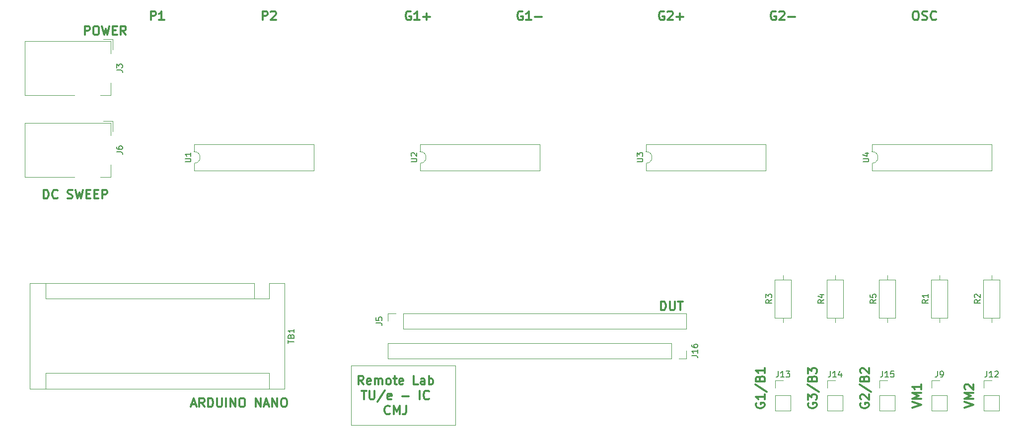
<source format=gbr>
%TF.GenerationSoftware,KiCad,Pcbnew,(5.1.9)-1*%
%TF.CreationDate,2021-03-04T15:37:01+01:00*%
%TF.ProjectId,Motherboard,4d6f7468-6572-4626-9f61-72642e6b6963,rev?*%
%TF.SameCoordinates,Original*%
%TF.FileFunction,Legend,Top*%
%TF.FilePolarity,Positive*%
%FSLAX46Y46*%
G04 Gerber Fmt 4.6, Leading zero omitted, Abs format (unit mm)*
G04 Created by KiCad (PCBNEW (5.1.9)-1) date 2021-03-04 15:37:01*
%MOMM*%
%LPD*%
G01*
G04 APERTURE LIST*
%ADD10C,0.120000*%
%ADD11C,0.300000*%
%ADD12C,0.150000*%
G04 APERTURE END LIST*
D10*
X128270000Y-109220000D02*
X128270000Y-119380000D01*
X146050000Y-109220000D02*
X128270000Y-109220000D01*
X146050000Y-119380000D02*
X146050000Y-109220000D01*
X128270000Y-119380000D02*
X146050000Y-119380000D01*
D11*
X130425714Y-112428571D02*
X129925714Y-111714285D01*
X129568571Y-112428571D02*
X129568571Y-110928571D01*
X130140000Y-110928571D01*
X130282857Y-111000000D01*
X130354285Y-111071428D01*
X130425714Y-111214285D01*
X130425714Y-111428571D01*
X130354285Y-111571428D01*
X130282857Y-111642857D01*
X130140000Y-111714285D01*
X129568571Y-111714285D01*
X131640000Y-112357142D02*
X131497142Y-112428571D01*
X131211428Y-112428571D01*
X131068571Y-112357142D01*
X130997142Y-112214285D01*
X130997142Y-111642857D01*
X131068571Y-111500000D01*
X131211428Y-111428571D01*
X131497142Y-111428571D01*
X131640000Y-111500000D01*
X131711428Y-111642857D01*
X131711428Y-111785714D01*
X130997142Y-111928571D01*
X132354285Y-112428571D02*
X132354285Y-111428571D01*
X132354285Y-111571428D02*
X132425714Y-111500000D01*
X132568571Y-111428571D01*
X132782857Y-111428571D01*
X132925714Y-111500000D01*
X132997142Y-111642857D01*
X132997142Y-112428571D01*
X132997142Y-111642857D02*
X133068571Y-111500000D01*
X133211428Y-111428571D01*
X133425714Y-111428571D01*
X133568571Y-111500000D01*
X133640000Y-111642857D01*
X133640000Y-112428571D01*
X134568571Y-112428571D02*
X134425714Y-112357142D01*
X134354285Y-112285714D01*
X134282857Y-112142857D01*
X134282857Y-111714285D01*
X134354285Y-111571428D01*
X134425714Y-111500000D01*
X134568571Y-111428571D01*
X134782857Y-111428571D01*
X134925714Y-111500000D01*
X134997142Y-111571428D01*
X135068571Y-111714285D01*
X135068571Y-112142857D01*
X134997142Y-112285714D01*
X134925714Y-112357142D01*
X134782857Y-112428571D01*
X134568571Y-112428571D01*
X135497142Y-111428571D02*
X136068571Y-111428571D01*
X135711428Y-110928571D02*
X135711428Y-112214285D01*
X135782857Y-112357142D01*
X135925714Y-112428571D01*
X136068571Y-112428571D01*
X137140000Y-112357142D02*
X136997142Y-112428571D01*
X136711428Y-112428571D01*
X136568571Y-112357142D01*
X136497142Y-112214285D01*
X136497142Y-111642857D01*
X136568571Y-111500000D01*
X136711428Y-111428571D01*
X136997142Y-111428571D01*
X137140000Y-111500000D01*
X137211428Y-111642857D01*
X137211428Y-111785714D01*
X136497142Y-111928571D01*
X139711428Y-112428571D02*
X138997142Y-112428571D01*
X138997142Y-110928571D01*
X140854285Y-112428571D02*
X140854285Y-111642857D01*
X140782857Y-111500000D01*
X140640000Y-111428571D01*
X140354285Y-111428571D01*
X140211428Y-111500000D01*
X140854285Y-112357142D02*
X140711428Y-112428571D01*
X140354285Y-112428571D01*
X140211428Y-112357142D01*
X140140000Y-112214285D01*
X140140000Y-112071428D01*
X140211428Y-111928571D01*
X140354285Y-111857142D01*
X140711428Y-111857142D01*
X140854285Y-111785714D01*
X141568571Y-112428571D02*
X141568571Y-110928571D01*
X141568571Y-111500000D02*
X141711428Y-111428571D01*
X141997142Y-111428571D01*
X142140000Y-111500000D01*
X142211428Y-111571428D01*
X142282857Y-111714285D01*
X142282857Y-112142857D01*
X142211428Y-112285714D01*
X142140000Y-112357142D01*
X141997142Y-112428571D01*
X141711428Y-112428571D01*
X141568571Y-112357142D01*
X130068571Y-113478571D02*
X130925714Y-113478571D01*
X130497142Y-114978571D02*
X130497142Y-113478571D01*
X131425714Y-113478571D02*
X131425714Y-114692857D01*
X131497142Y-114835714D01*
X131568571Y-114907142D01*
X131711428Y-114978571D01*
X131997142Y-114978571D01*
X132140000Y-114907142D01*
X132211428Y-114835714D01*
X132282857Y-114692857D01*
X132282857Y-113478571D01*
X134068571Y-113407142D02*
X132782857Y-115335714D01*
X135140000Y-114907142D02*
X134997142Y-114978571D01*
X134711428Y-114978571D01*
X134568571Y-114907142D01*
X134497142Y-114764285D01*
X134497142Y-114192857D01*
X134568571Y-114050000D01*
X134711428Y-113978571D01*
X134997142Y-113978571D01*
X135140000Y-114050000D01*
X135211428Y-114192857D01*
X135211428Y-114335714D01*
X134497142Y-114478571D01*
X136997142Y-114407142D02*
X138140000Y-114407142D01*
X139997142Y-114978571D02*
X139997142Y-113478571D01*
X141568571Y-114835714D02*
X141497142Y-114907142D01*
X141282857Y-114978571D01*
X141140000Y-114978571D01*
X140925714Y-114907142D01*
X140782857Y-114764285D01*
X140711428Y-114621428D01*
X140640000Y-114335714D01*
X140640000Y-114121428D01*
X140711428Y-113835714D01*
X140782857Y-113692857D01*
X140925714Y-113550000D01*
X141140000Y-113478571D01*
X141282857Y-113478571D01*
X141497142Y-113550000D01*
X141568571Y-113621428D01*
X134925714Y-117385714D02*
X134854285Y-117457142D01*
X134640000Y-117528571D01*
X134497142Y-117528571D01*
X134282857Y-117457142D01*
X134140000Y-117314285D01*
X134068571Y-117171428D01*
X133997142Y-116885714D01*
X133997142Y-116671428D01*
X134068571Y-116385714D01*
X134140000Y-116242857D01*
X134282857Y-116100000D01*
X134497142Y-116028571D01*
X134640000Y-116028571D01*
X134854285Y-116100000D01*
X134925714Y-116171428D01*
X135568571Y-117528571D02*
X135568571Y-116028571D01*
X136068571Y-117100000D01*
X136568571Y-116028571D01*
X136568571Y-117528571D01*
X137711428Y-116028571D02*
X137711428Y-117100000D01*
X137640000Y-117314285D01*
X137497142Y-117457142D01*
X137282857Y-117528571D01*
X137140000Y-117528571D01*
X232858571Y-116371428D02*
X234358571Y-115871428D01*
X232858571Y-115371428D01*
X234358571Y-114871428D02*
X232858571Y-114871428D01*
X233930000Y-114371428D01*
X232858571Y-113871428D01*
X234358571Y-113871428D01*
X233001428Y-113228571D02*
X232930000Y-113157142D01*
X232858571Y-113014285D01*
X232858571Y-112657142D01*
X232930000Y-112514285D01*
X233001428Y-112442857D01*
X233144285Y-112371428D01*
X233287142Y-112371428D01*
X233501428Y-112442857D01*
X234358571Y-113300000D01*
X234358571Y-112371428D01*
X223968571Y-116371428D02*
X225468571Y-115871428D01*
X223968571Y-115371428D01*
X225468571Y-114871428D02*
X223968571Y-114871428D01*
X225040000Y-114371428D01*
X223968571Y-113871428D01*
X225468571Y-113871428D01*
X225468571Y-112371428D02*
X225468571Y-113228571D01*
X225468571Y-112800000D02*
X223968571Y-112800000D01*
X224182857Y-112942857D01*
X224325714Y-113085714D01*
X224397142Y-113228571D01*
X215150000Y-115601428D02*
X215078571Y-115744285D01*
X215078571Y-115958571D01*
X215150000Y-116172857D01*
X215292857Y-116315714D01*
X215435714Y-116387142D01*
X215721428Y-116458571D01*
X215935714Y-116458571D01*
X216221428Y-116387142D01*
X216364285Y-116315714D01*
X216507142Y-116172857D01*
X216578571Y-115958571D01*
X216578571Y-115815714D01*
X216507142Y-115601428D01*
X216435714Y-115530000D01*
X215935714Y-115530000D01*
X215935714Y-115815714D01*
X215221428Y-114958571D02*
X215150000Y-114887142D01*
X215078571Y-114744285D01*
X215078571Y-114387142D01*
X215150000Y-114244285D01*
X215221428Y-114172857D01*
X215364285Y-114101428D01*
X215507142Y-114101428D01*
X215721428Y-114172857D01*
X216578571Y-115030000D01*
X216578571Y-114101428D01*
X215007142Y-112387142D02*
X216935714Y-113672857D01*
X215792857Y-111387142D02*
X215864285Y-111172857D01*
X215935714Y-111101428D01*
X216078571Y-111030000D01*
X216292857Y-111030000D01*
X216435714Y-111101428D01*
X216507142Y-111172857D01*
X216578571Y-111315714D01*
X216578571Y-111887142D01*
X215078571Y-111887142D01*
X215078571Y-111387142D01*
X215150000Y-111244285D01*
X215221428Y-111172857D01*
X215364285Y-111101428D01*
X215507142Y-111101428D01*
X215650000Y-111172857D01*
X215721428Y-111244285D01*
X215792857Y-111387142D01*
X215792857Y-111887142D01*
X215221428Y-110458571D02*
X215150000Y-110387142D01*
X215078571Y-110244285D01*
X215078571Y-109887142D01*
X215150000Y-109744285D01*
X215221428Y-109672857D01*
X215364285Y-109601428D01*
X215507142Y-109601428D01*
X215721428Y-109672857D01*
X216578571Y-110530000D01*
X216578571Y-109601428D01*
X206260000Y-115601428D02*
X206188571Y-115744285D01*
X206188571Y-115958571D01*
X206260000Y-116172857D01*
X206402857Y-116315714D01*
X206545714Y-116387142D01*
X206831428Y-116458571D01*
X207045714Y-116458571D01*
X207331428Y-116387142D01*
X207474285Y-116315714D01*
X207617142Y-116172857D01*
X207688571Y-115958571D01*
X207688571Y-115815714D01*
X207617142Y-115601428D01*
X207545714Y-115530000D01*
X207045714Y-115530000D01*
X207045714Y-115815714D01*
X206188571Y-115030000D02*
X206188571Y-114101428D01*
X206760000Y-114601428D01*
X206760000Y-114387142D01*
X206831428Y-114244285D01*
X206902857Y-114172857D01*
X207045714Y-114101428D01*
X207402857Y-114101428D01*
X207545714Y-114172857D01*
X207617142Y-114244285D01*
X207688571Y-114387142D01*
X207688571Y-114815714D01*
X207617142Y-114958571D01*
X207545714Y-115030000D01*
X206117142Y-112387142D02*
X208045714Y-113672857D01*
X206902857Y-111387142D02*
X206974285Y-111172857D01*
X207045714Y-111101428D01*
X207188571Y-111030000D01*
X207402857Y-111030000D01*
X207545714Y-111101428D01*
X207617142Y-111172857D01*
X207688571Y-111315714D01*
X207688571Y-111887142D01*
X206188571Y-111887142D01*
X206188571Y-111387142D01*
X206260000Y-111244285D01*
X206331428Y-111172857D01*
X206474285Y-111101428D01*
X206617142Y-111101428D01*
X206760000Y-111172857D01*
X206831428Y-111244285D01*
X206902857Y-111387142D01*
X206902857Y-111887142D01*
X206188571Y-110530000D02*
X206188571Y-109601428D01*
X206760000Y-110101428D01*
X206760000Y-109887142D01*
X206831428Y-109744285D01*
X206902857Y-109672857D01*
X207045714Y-109601428D01*
X207402857Y-109601428D01*
X207545714Y-109672857D01*
X207617142Y-109744285D01*
X207688571Y-109887142D01*
X207688571Y-110315714D01*
X207617142Y-110458571D01*
X207545714Y-110530000D01*
X197370000Y-115601428D02*
X197298571Y-115744285D01*
X197298571Y-115958571D01*
X197370000Y-116172857D01*
X197512857Y-116315714D01*
X197655714Y-116387142D01*
X197941428Y-116458571D01*
X198155714Y-116458571D01*
X198441428Y-116387142D01*
X198584285Y-116315714D01*
X198727142Y-116172857D01*
X198798571Y-115958571D01*
X198798571Y-115815714D01*
X198727142Y-115601428D01*
X198655714Y-115530000D01*
X198155714Y-115530000D01*
X198155714Y-115815714D01*
X198798571Y-114101428D02*
X198798571Y-114958571D01*
X198798571Y-114530000D02*
X197298571Y-114530000D01*
X197512857Y-114672857D01*
X197655714Y-114815714D01*
X197727142Y-114958571D01*
X197227142Y-112387142D02*
X199155714Y-113672857D01*
X198012857Y-111387142D02*
X198084285Y-111172857D01*
X198155714Y-111101428D01*
X198298571Y-111030000D01*
X198512857Y-111030000D01*
X198655714Y-111101428D01*
X198727142Y-111172857D01*
X198798571Y-111315714D01*
X198798571Y-111887142D01*
X197298571Y-111887142D01*
X197298571Y-111387142D01*
X197370000Y-111244285D01*
X197441428Y-111172857D01*
X197584285Y-111101428D01*
X197727142Y-111101428D01*
X197870000Y-111172857D01*
X197941428Y-111244285D01*
X198012857Y-111387142D01*
X198012857Y-111887142D01*
X198798571Y-109601428D02*
X198798571Y-110458571D01*
X198798571Y-110030000D02*
X197298571Y-110030000D01*
X197512857Y-110172857D01*
X197655714Y-110315714D01*
X197727142Y-110458571D01*
X181130000Y-99738571D02*
X181130000Y-98238571D01*
X181487142Y-98238571D01*
X181701428Y-98310000D01*
X181844285Y-98452857D01*
X181915714Y-98595714D01*
X181987142Y-98881428D01*
X181987142Y-99095714D01*
X181915714Y-99381428D01*
X181844285Y-99524285D01*
X181701428Y-99667142D01*
X181487142Y-99738571D01*
X181130000Y-99738571D01*
X182630000Y-98238571D02*
X182630000Y-99452857D01*
X182701428Y-99595714D01*
X182772857Y-99667142D01*
X182915714Y-99738571D01*
X183201428Y-99738571D01*
X183344285Y-99667142D01*
X183415714Y-99595714D01*
X183487142Y-99452857D01*
X183487142Y-98238571D01*
X183987142Y-98238571D02*
X184844285Y-98238571D01*
X184415714Y-99738571D02*
X184415714Y-98238571D01*
X101077142Y-115820000D02*
X101791428Y-115820000D01*
X100934285Y-116248571D02*
X101434285Y-114748571D01*
X101934285Y-116248571D01*
X103291428Y-116248571D02*
X102791428Y-115534285D01*
X102434285Y-116248571D02*
X102434285Y-114748571D01*
X103005714Y-114748571D01*
X103148571Y-114820000D01*
X103220000Y-114891428D01*
X103291428Y-115034285D01*
X103291428Y-115248571D01*
X103220000Y-115391428D01*
X103148571Y-115462857D01*
X103005714Y-115534285D01*
X102434285Y-115534285D01*
X103934285Y-116248571D02*
X103934285Y-114748571D01*
X104291428Y-114748571D01*
X104505714Y-114820000D01*
X104648571Y-114962857D01*
X104720000Y-115105714D01*
X104791428Y-115391428D01*
X104791428Y-115605714D01*
X104720000Y-115891428D01*
X104648571Y-116034285D01*
X104505714Y-116177142D01*
X104291428Y-116248571D01*
X103934285Y-116248571D01*
X105434285Y-114748571D02*
X105434285Y-115962857D01*
X105505714Y-116105714D01*
X105577142Y-116177142D01*
X105720000Y-116248571D01*
X106005714Y-116248571D01*
X106148571Y-116177142D01*
X106220000Y-116105714D01*
X106291428Y-115962857D01*
X106291428Y-114748571D01*
X107005714Y-116248571D02*
X107005714Y-114748571D01*
X107720000Y-116248571D02*
X107720000Y-114748571D01*
X108577142Y-116248571D01*
X108577142Y-114748571D01*
X109577142Y-114748571D02*
X109862857Y-114748571D01*
X110005714Y-114820000D01*
X110148571Y-114962857D01*
X110220000Y-115248571D01*
X110220000Y-115748571D01*
X110148571Y-116034285D01*
X110005714Y-116177142D01*
X109862857Y-116248571D01*
X109577142Y-116248571D01*
X109434285Y-116177142D01*
X109291428Y-116034285D01*
X109220000Y-115748571D01*
X109220000Y-115248571D01*
X109291428Y-114962857D01*
X109434285Y-114820000D01*
X109577142Y-114748571D01*
X112005714Y-116248571D02*
X112005714Y-114748571D01*
X112862857Y-116248571D01*
X112862857Y-114748571D01*
X113505714Y-115820000D02*
X114220000Y-115820000D01*
X113362857Y-116248571D02*
X113862857Y-114748571D01*
X114362857Y-116248571D01*
X114862857Y-116248571D02*
X114862857Y-114748571D01*
X115720000Y-116248571D01*
X115720000Y-114748571D01*
X116720000Y-114748571D02*
X117005714Y-114748571D01*
X117148571Y-114820000D01*
X117291428Y-114962857D01*
X117362857Y-115248571D01*
X117362857Y-115748571D01*
X117291428Y-116034285D01*
X117148571Y-116177142D01*
X117005714Y-116248571D01*
X116720000Y-116248571D01*
X116577142Y-116177142D01*
X116434285Y-116034285D01*
X116362857Y-115748571D01*
X116362857Y-115248571D01*
X116434285Y-114962857D01*
X116577142Y-114820000D01*
X116720000Y-114748571D01*
X75887142Y-80688571D02*
X75887142Y-79188571D01*
X76244285Y-79188571D01*
X76458571Y-79260000D01*
X76601428Y-79402857D01*
X76672857Y-79545714D01*
X76744285Y-79831428D01*
X76744285Y-80045714D01*
X76672857Y-80331428D01*
X76601428Y-80474285D01*
X76458571Y-80617142D01*
X76244285Y-80688571D01*
X75887142Y-80688571D01*
X78244285Y-80545714D02*
X78172857Y-80617142D01*
X77958571Y-80688571D01*
X77815714Y-80688571D01*
X77601428Y-80617142D01*
X77458571Y-80474285D01*
X77387142Y-80331428D01*
X77315714Y-80045714D01*
X77315714Y-79831428D01*
X77387142Y-79545714D01*
X77458571Y-79402857D01*
X77601428Y-79260000D01*
X77815714Y-79188571D01*
X77958571Y-79188571D01*
X78172857Y-79260000D01*
X78244285Y-79331428D01*
X79958571Y-80617142D02*
X80172857Y-80688571D01*
X80530000Y-80688571D01*
X80672857Y-80617142D01*
X80744285Y-80545714D01*
X80815714Y-80402857D01*
X80815714Y-80260000D01*
X80744285Y-80117142D01*
X80672857Y-80045714D01*
X80530000Y-79974285D01*
X80244285Y-79902857D01*
X80101428Y-79831428D01*
X80030000Y-79760000D01*
X79958571Y-79617142D01*
X79958571Y-79474285D01*
X80030000Y-79331428D01*
X80101428Y-79260000D01*
X80244285Y-79188571D01*
X80601428Y-79188571D01*
X80815714Y-79260000D01*
X81315714Y-79188571D02*
X81672857Y-80688571D01*
X81958571Y-79617142D01*
X82244285Y-80688571D01*
X82601428Y-79188571D01*
X83172857Y-79902857D02*
X83672857Y-79902857D01*
X83887142Y-80688571D02*
X83172857Y-80688571D01*
X83172857Y-79188571D01*
X83887142Y-79188571D01*
X84530000Y-79902857D02*
X85030000Y-79902857D01*
X85244285Y-80688571D02*
X84530000Y-80688571D01*
X84530000Y-79188571D01*
X85244285Y-79188571D01*
X85887142Y-80688571D02*
X85887142Y-79188571D01*
X86458571Y-79188571D01*
X86601428Y-79260000D01*
X86672857Y-79331428D01*
X86744285Y-79474285D01*
X86744285Y-79688571D01*
X86672857Y-79831428D01*
X86601428Y-79902857D01*
X86458571Y-79974285D01*
X85887142Y-79974285D01*
X82895714Y-52748571D02*
X82895714Y-51248571D01*
X83467142Y-51248571D01*
X83610000Y-51320000D01*
X83681428Y-51391428D01*
X83752857Y-51534285D01*
X83752857Y-51748571D01*
X83681428Y-51891428D01*
X83610000Y-51962857D01*
X83467142Y-52034285D01*
X82895714Y-52034285D01*
X84681428Y-51248571D02*
X84967142Y-51248571D01*
X85110000Y-51320000D01*
X85252857Y-51462857D01*
X85324285Y-51748571D01*
X85324285Y-52248571D01*
X85252857Y-52534285D01*
X85110000Y-52677142D01*
X84967142Y-52748571D01*
X84681428Y-52748571D01*
X84538571Y-52677142D01*
X84395714Y-52534285D01*
X84324285Y-52248571D01*
X84324285Y-51748571D01*
X84395714Y-51462857D01*
X84538571Y-51320000D01*
X84681428Y-51248571D01*
X85824285Y-51248571D02*
X86181428Y-52748571D01*
X86467142Y-51677142D01*
X86752857Y-52748571D01*
X87110000Y-51248571D01*
X87681428Y-51962857D02*
X88181428Y-51962857D01*
X88395714Y-52748571D02*
X87681428Y-52748571D01*
X87681428Y-51248571D01*
X88395714Y-51248571D01*
X89895714Y-52748571D02*
X89395714Y-52034285D01*
X89038571Y-52748571D02*
X89038571Y-51248571D01*
X89610000Y-51248571D01*
X89752857Y-51320000D01*
X89824285Y-51391428D01*
X89895714Y-51534285D01*
X89895714Y-51748571D01*
X89824285Y-51891428D01*
X89752857Y-51962857D01*
X89610000Y-52034285D01*
X89038571Y-52034285D01*
X224452857Y-48708571D02*
X224738571Y-48708571D01*
X224881428Y-48780000D01*
X225024285Y-48922857D01*
X225095714Y-49208571D01*
X225095714Y-49708571D01*
X225024285Y-49994285D01*
X224881428Y-50137142D01*
X224738571Y-50208571D01*
X224452857Y-50208571D01*
X224310000Y-50137142D01*
X224167142Y-49994285D01*
X224095714Y-49708571D01*
X224095714Y-49208571D01*
X224167142Y-48922857D01*
X224310000Y-48780000D01*
X224452857Y-48708571D01*
X225667142Y-50137142D02*
X225881428Y-50208571D01*
X226238571Y-50208571D01*
X226381428Y-50137142D01*
X226452857Y-50065714D01*
X226524285Y-49922857D01*
X226524285Y-49780000D01*
X226452857Y-49637142D01*
X226381428Y-49565714D01*
X226238571Y-49494285D01*
X225952857Y-49422857D01*
X225810000Y-49351428D01*
X225738571Y-49280000D01*
X225667142Y-49137142D01*
X225667142Y-48994285D01*
X225738571Y-48851428D01*
X225810000Y-48780000D01*
X225952857Y-48708571D01*
X226310000Y-48708571D01*
X226524285Y-48780000D01*
X228024285Y-50065714D02*
X227952857Y-50137142D01*
X227738571Y-50208571D01*
X227595714Y-50208571D01*
X227381428Y-50137142D01*
X227238571Y-49994285D01*
X227167142Y-49851428D01*
X227095714Y-49565714D01*
X227095714Y-49351428D01*
X227167142Y-49065714D01*
X227238571Y-48922857D01*
X227381428Y-48780000D01*
X227595714Y-48708571D01*
X227738571Y-48708571D01*
X227952857Y-48780000D01*
X228024285Y-48851428D01*
X181630000Y-48780000D02*
X181487142Y-48708571D01*
X181272857Y-48708571D01*
X181058571Y-48780000D01*
X180915714Y-48922857D01*
X180844285Y-49065714D01*
X180772857Y-49351428D01*
X180772857Y-49565714D01*
X180844285Y-49851428D01*
X180915714Y-49994285D01*
X181058571Y-50137142D01*
X181272857Y-50208571D01*
X181415714Y-50208571D01*
X181630000Y-50137142D01*
X181701428Y-50065714D01*
X181701428Y-49565714D01*
X181415714Y-49565714D01*
X182272857Y-48851428D02*
X182344285Y-48780000D01*
X182487142Y-48708571D01*
X182844285Y-48708571D01*
X182987142Y-48780000D01*
X183058571Y-48851428D01*
X183130000Y-48994285D01*
X183130000Y-49137142D01*
X183058571Y-49351428D01*
X182201428Y-50208571D01*
X183130000Y-50208571D01*
X183772857Y-49637142D02*
X184915714Y-49637142D01*
X184344285Y-50208571D02*
X184344285Y-49065714D01*
X200680000Y-48780000D02*
X200537142Y-48708571D01*
X200322857Y-48708571D01*
X200108571Y-48780000D01*
X199965714Y-48922857D01*
X199894285Y-49065714D01*
X199822857Y-49351428D01*
X199822857Y-49565714D01*
X199894285Y-49851428D01*
X199965714Y-49994285D01*
X200108571Y-50137142D01*
X200322857Y-50208571D01*
X200465714Y-50208571D01*
X200680000Y-50137142D01*
X200751428Y-50065714D01*
X200751428Y-49565714D01*
X200465714Y-49565714D01*
X201322857Y-48851428D02*
X201394285Y-48780000D01*
X201537142Y-48708571D01*
X201894285Y-48708571D01*
X202037142Y-48780000D01*
X202108571Y-48851428D01*
X202180000Y-48994285D01*
X202180000Y-49137142D01*
X202108571Y-49351428D01*
X201251428Y-50208571D01*
X202180000Y-50208571D01*
X202822857Y-49637142D02*
X203965714Y-49637142D01*
X157500000Y-48780000D02*
X157357142Y-48708571D01*
X157142857Y-48708571D01*
X156928571Y-48780000D01*
X156785714Y-48922857D01*
X156714285Y-49065714D01*
X156642857Y-49351428D01*
X156642857Y-49565714D01*
X156714285Y-49851428D01*
X156785714Y-49994285D01*
X156928571Y-50137142D01*
X157142857Y-50208571D01*
X157285714Y-50208571D01*
X157500000Y-50137142D01*
X157571428Y-50065714D01*
X157571428Y-49565714D01*
X157285714Y-49565714D01*
X159000000Y-50208571D02*
X158142857Y-50208571D01*
X158571428Y-50208571D02*
X158571428Y-48708571D01*
X158428571Y-48922857D01*
X158285714Y-49065714D01*
X158142857Y-49137142D01*
X159642857Y-49637142D02*
X160785714Y-49637142D01*
X138450000Y-48780000D02*
X138307142Y-48708571D01*
X138092857Y-48708571D01*
X137878571Y-48780000D01*
X137735714Y-48922857D01*
X137664285Y-49065714D01*
X137592857Y-49351428D01*
X137592857Y-49565714D01*
X137664285Y-49851428D01*
X137735714Y-49994285D01*
X137878571Y-50137142D01*
X138092857Y-50208571D01*
X138235714Y-50208571D01*
X138450000Y-50137142D01*
X138521428Y-50065714D01*
X138521428Y-49565714D01*
X138235714Y-49565714D01*
X139950000Y-50208571D02*
X139092857Y-50208571D01*
X139521428Y-50208571D02*
X139521428Y-48708571D01*
X139378571Y-48922857D01*
X139235714Y-49065714D01*
X139092857Y-49137142D01*
X140592857Y-49637142D02*
X141735714Y-49637142D01*
X141164285Y-50208571D02*
X141164285Y-49065714D01*
X113192857Y-50208571D02*
X113192857Y-48708571D01*
X113764285Y-48708571D01*
X113907142Y-48780000D01*
X113978571Y-48851428D01*
X114050000Y-48994285D01*
X114050000Y-49208571D01*
X113978571Y-49351428D01*
X113907142Y-49422857D01*
X113764285Y-49494285D01*
X113192857Y-49494285D01*
X114621428Y-48851428D02*
X114692857Y-48780000D01*
X114835714Y-48708571D01*
X115192857Y-48708571D01*
X115335714Y-48780000D01*
X115407142Y-48851428D01*
X115478571Y-48994285D01*
X115478571Y-49137142D01*
X115407142Y-49351428D01*
X114550000Y-50208571D01*
X115478571Y-50208571D01*
X94142857Y-50208571D02*
X94142857Y-48708571D01*
X94714285Y-48708571D01*
X94857142Y-48780000D01*
X94928571Y-48851428D01*
X95000000Y-48994285D01*
X95000000Y-49208571D01*
X94928571Y-49351428D01*
X94857142Y-49422857D01*
X94714285Y-49494285D01*
X94142857Y-49494285D01*
X96428571Y-50208571D02*
X95571428Y-50208571D01*
X96000000Y-50208571D02*
X96000000Y-48708571D01*
X95857142Y-48922857D01*
X95714285Y-49065714D01*
X95571428Y-49137142D01*
D10*
%TO.C,J16*%
X182880000Y-105350000D02*
X182880000Y-108010000D01*
X182880000Y-105350000D02*
X134560000Y-105350000D01*
X134560000Y-105350000D02*
X134560000Y-108010000D01*
X182880000Y-108010000D02*
X134560000Y-108010000D01*
X185480000Y-108010000D02*
X184150000Y-108010000D01*
X185480000Y-106680000D02*
X185480000Y-108010000D01*
%TO.C,J5*%
X137160000Y-102930000D02*
X137160000Y-100270000D01*
X137160000Y-102930000D02*
X185480000Y-102930000D01*
X185480000Y-102930000D02*
X185480000Y-100270000D01*
X137160000Y-100270000D02*
X185480000Y-100270000D01*
X134560000Y-100270000D02*
X135890000Y-100270000D01*
X134560000Y-101600000D02*
X134560000Y-100270000D01*
%TO.C,R3*%
X200560000Y-101060000D02*
X203300000Y-101060000D01*
X203300000Y-101060000D02*
X203300000Y-94520000D01*
X203300000Y-94520000D02*
X200560000Y-94520000D01*
X200560000Y-94520000D02*
X200560000Y-101060000D01*
X201930000Y-101830000D02*
X201930000Y-101060000D01*
X201930000Y-93750000D02*
X201930000Y-94520000D01*
%TO.C,R2*%
X236120000Y-101060000D02*
X238860000Y-101060000D01*
X238860000Y-101060000D02*
X238860000Y-94520000D01*
X238860000Y-94520000D02*
X236120000Y-94520000D01*
X236120000Y-94520000D02*
X236120000Y-101060000D01*
X237490000Y-101830000D02*
X237490000Y-101060000D01*
X237490000Y-93750000D02*
X237490000Y-94520000D01*
%TO.C,U4*%
X217110000Y-72660000D02*
G75*
G02*
X217110000Y-74660000I0J-1000000D01*
G01*
X217110000Y-74660000D02*
X217110000Y-75910000D01*
X217110000Y-75910000D02*
X237550000Y-75910000D01*
X237550000Y-75910000D02*
X237550000Y-71410000D01*
X237550000Y-71410000D02*
X217110000Y-71410000D01*
X217110000Y-71410000D02*
X217110000Y-72660000D01*
%TO.C,U3*%
X178586666Y-72660000D02*
G75*
G02*
X178586666Y-74660000I0J-1000000D01*
G01*
X178586666Y-74660000D02*
X178586666Y-75910000D01*
X178586666Y-75910000D02*
X199026666Y-75910000D01*
X199026666Y-75910000D02*
X199026666Y-71410000D01*
X199026666Y-71410000D02*
X178586666Y-71410000D01*
X178586666Y-71410000D02*
X178586666Y-72660000D01*
%TO.C,R4*%
X210820000Y-93750000D02*
X210820000Y-94520000D01*
X210820000Y-101830000D02*
X210820000Y-101060000D01*
X209450000Y-94520000D02*
X209450000Y-101060000D01*
X212190000Y-94520000D02*
X209450000Y-94520000D01*
X212190000Y-101060000D02*
X212190000Y-94520000D01*
X209450000Y-101060000D02*
X212190000Y-101060000D01*
%TO.C,R5*%
X219710000Y-93750000D02*
X219710000Y-94520000D01*
X219710000Y-101830000D02*
X219710000Y-101060000D01*
X218340000Y-94520000D02*
X218340000Y-101060000D01*
X221080000Y-94520000D02*
X218340000Y-94520000D01*
X221080000Y-101060000D02*
X221080000Y-94520000D01*
X218340000Y-101060000D02*
X221080000Y-101060000D01*
%TO.C,U2*%
X140063333Y-72660000D02*
G75*
G02*
X140063333Y-74660000I0J-1000000D01*
G01*
X140063333Y-74660000D02*
X140063333Y-75910000D01*
X140063333Y-75910000D02*
X160503333Y-75910000D01*
X160503333Y-75910000D02*
X160503333Y-71410000D01*
X160503333Y-71410000D02*
X140063333Y-71410000D01*
X140063333Y-71410000D02*
X140063333Y-72660000D01*
%TO.C,U1*%
X101540000Y-72660000D02*
G75*
G02*
X101540000Y-74660000I0J-1000000D01*
G01*
X101540000Y-74660000D02*
X101540000Y-75910000D01*
X101540000Y-75910000D02*
X121980000Y-75910000D01*
X121980000Y-75910000D02*
X121980000Y-71410000D01*
X121980000Y-71410000D02*
X101540000Y-71410000D01*
X101540000Y-71410000D02*
X101540000Y-72660000D01*
%TO.C,TB1*%
X111760000Y-97790000D02*
X114300000Y-97790000D01*
X114300000Y-97790000D02*
X114300000Y-95120000D01*
X111760000Y-95120000D02*
X73530000Y-95120000D01*
X116970000Y-95120000D02*
X114300000Y-95120000D01*
X114300000Y-110490000D02*
X114300000Y-113160000D01*
X114300000Y-110490000D02*
X76200000Y-110490000D01*
X76200000Y-110490000D02*
X76200000Y-113160000D01*
X111760000Y-97790000D02*
X111760000Y-95120000D01*
X111760000Y-97790000D02*
X76200000Y-97790000D01*
X76200000Y-97790000D02*
X76200000Y-95120000D01*
X73530000Y-95120000D02*
X73530000Y-113160000D01*
X73530000Y-113160000D02*
X116970000Y-113160000D01*
X116970000Y-113160000D02*
X116970000Y-95120000D01*
%TO.C,R1*%
X227230000Y-101060000D02*
X229970000Y-101060000D01*
X229970000Y-101060000D02*
X229970000Y-94520000D01*
X229970000Y-94520000D02*
X227230000Y-94520000D01*
X227230000Y-94520000D02*
X227230000Y-101060000D01*
X228600000Y-101830000D02*
X228600000Y-101060000D01*
X228600000Y-93750000D02*
X228600000Y-94520000D01*
%TO.C,J15*%
X218380000Y-116900000D02*
X221040000Y-116900000D01*
X218380000Y-114300000D02*
X218380000Y-116900000D01*
X221040000Y-114300000D02*
X221040000Y-116900000D01*
X218380000Y-114300000D02*
X221040000Y-114300000D01*
X218380000Y-113030000D02*
X218380000Y-111700000D01*
X218380000Y-111700000D02*
X219710000Y-111700000D01*
%TO.C,J14*%
X209490000Y-116900000D02*
X212150000Y-116900000D01*
X209490000Y-114300000D02*
X209490000Y-116900000D01*
X212150000Y-114300000D02*
X212150000Y-116900000D01*
X209490000Y-114300000D02*
X212150000Y-114300000D01*
X209490000Y-113030000D02*
X209490000Y-111700000D01*
X209490000Y-111700000D02*
X210820000Y-111700000D01*
%TO.C,J13*%
X200600000Y-116900000D02*
X203260000Y-116900000D01*
X200600000Y-114300000D02*
X200600000Y-116900000D01*
X203260000Y-114300000D02*
X203260000Y-116900000D01*
X200600000Y-114300000D02*
X203260000Y-114300000D01*
X200600000Y-113030000D02*
X200600000Y-111700000D01*
X200600000Y-111700000D02*
X201930000Y-111700000D01*
%TO.C,J12*%
X236160000Y-116900000D02*
X238820000Y-116900000D01*
X236160000Y-114300000D02*
X236160000Y-116900000D01*
X238820000Y-114300000D02*
X238820000Y-116900000D01*
X236160000Y-114300000D02*
X238820000Y-114300000D01*
X236160000Y-113030000D02*
X236160000Y-111700000D01*
X236160000Y-111700000D02*
X237490000Y-111700000D01*
%TO.C,J9*%
X227270000Y-116900000D02*
X229930000Y-116900000D01*
X227270000Y-114300000D02*
X227270000Y-116900000D01*
X229930000Y-114300000D02*
X229930000Y-116900000D01*
X227270000Y-114300000D02*
X229930000Y-114300000D01*
X227270000Y-113030000D02*
X227270000Y-111700000D01*
X227270000Y-111700000D02*
X228600000Y-111700000D01*
%TO.C,J6*%
X81160000Y-76990000D02*
X72660000Y-76990000D01*
X72660000Y-76990000D02*
X72660000Y-67790000D01*
X72660000Y-67790000D02*
X87360000Y-67790000D01*
X87360000Y-74890000D02*
X87360000Y-76990000D01*
X87360000Y-76990000D02*
X85560000Y-76990000D01*
X87660000Y-69190000D02*
X87660000Y-67490000D01*
X87660000Y-67490000D02*
X86060000Y-67490000D01*
X87360000Y-67790000D02*
X87360000Y-69890000D01*
%TO.C,J3*%
X81160000Y-63020000D02*
X72660000Y-63020000D01*
X72660000Y-63020000D02*
X72660000Y-53820000D01*
X72660000Y-53820000D02*
X87360000Y-53820000D01*
X87360000Y-60920000D02*
X87360000Y-63020000D01*
X87360000Y-63020000D02*
X85560000Y-63020000D01*
X87660000Y-55220000D02*
X87660000Y-53520000D01*
X87660000Y-53520000D02*
X86060000Y-53520000D01*
X87360000Y-53820000D02*
X87360000Y-55920000D01*
%TO.C,J16*%
D12*
X186372380Y-107489523D02*
X187086666Y-107489523D01*
X187229523Y-107537142D01*
X187324761Y-107632380D01*
X187372380Y-107775238D01*
X187372380Y-107870476D01*
X187372380Y-106489523D02*
X187372380Y-107060952D01*
X187372380Y-106775238D02*
X186372380Y-106775238D01*
X186515238Y-106870476D01*
X186610476Y-106965714D01*
X186658095Y-107060952D01*
X186372380Y-105632380D02*
X186372380Y-105822857D01*
X186420000Y-105918095D01*
X186467619Y-105965714D01*
X186610476Y-106060952D01*
X186800952Y-106108571D01*
X187181904Y-106108571D01*
X187277142Y-106060952D01*
X187324761Y-106013333D01*
X187372380Y-105918095D01*
X187372380Y-105727619D01*
X187324761Y-105632380D01*
X187277142Y-105584761D01*
X187181904Y-105537142D01*
X186943809Y-105537142D01*
X186848571Y-105584761D01*
X186800952Y-105632380D01*
X186753333Y-105727619D01*
X186753333Y-105918095D01*
X186800952Y-106013333D01*
X186848571Y-106060952D01*
X186943809Y-106108571D01*
%TO.C,J5*%
X132572380Y-101933333D02*
X133286666Y-101933333D01*
X133429523Y-101980952D01*
X133524761Y-102076190D01*
X133572380Y-102219047D01*
X133572380Y-102314285D01*
X132572380Y-100980952D02*
X132572380Y-101457142D01*
X133048571Y-101504761D01*
X133000952Y-101457142D01*
X132953333Y-101361904D01*
X132953333Y-101123809D01*
X133000952Y-101028571D01*
X133048571Y-100980952D01*
X133143809Y-100933333D01*
X133381904Y-100933333D01*
X133477142Y-100980952D01*
X133524761Y-101028571D01*
X133572380Y-101123809D01*
X133572380Y-101361904D01*
X133524761Y-101457142D01*
X133477142Y-101504761D01*
%TO.C,R3*%
X200012380Y-97956666D02*
X199536190Y-98290000D01*
X200012380Y-98528095D02*
X199012380Y-98528095D01*
X199012380Y-98147142D01*
X199060000Y-98051904D01*
X199107619Y-98004285D01*
X199202857Y-97956666D01*
X199345714Y-97956666D01*
X199440952Y-98004285D01*
X199488571Y-98051904D01*
X199536190Y-98147142D01*
X199536190Y-98528095D01*
X199012380Y-97623333D02*
X199012380Y-97004285D01*
X199393333Y-97337619D01*
X199393333Y-97194761D01*
X199440952Y-97099523D01*
X199488571Y-97051904D01*
X199583809Y-97004285D01*
X199821904Y-97004285D01*
X199917142Y-97051904D01*
X199964761Y-97099523D01*
X200012380Y-97194761D01*
X200012380Y-97480476D01*
X199964761Y-97575714D01*
X199917142Y-97623333D01*
%TO.C,R2*%
X235572380Y-97956666D02*
X235096190Y-98290000D01*
X235572380Y-98528095D02*
X234572380Y-98528095D01*
X234572380Y-98147142D01*
X234620000Y-98051904D01*
X234667619Y-98004285D01*
X234762857Y-97956666D01*
X234905714Y-97956666D01*
X235000952Y-98004285D01*
X235048571Y-98051904D01*
X235096190Y-98147142D01*
X235096190Y-98528095D01*
X234667619Y-97575714D02*
X234620000Y-97528095D01*
X234572380Y-97432857D01*
X234572380Y-97194761D01*
X234620000Y-97099523D01*
X234667619Y-97051904D01*
X234762857Y-97004285D01*
X234858095Y-97004285D01*
X235000952Y-97051904D01*
X235572380Y-97623333D01*
X235572380Y-97004285D01*
%TO.C,U4*%
X215562380Y-74421904D02*
X216371904Y-74421904D01*
X216467142Y-74374285D01*
X216514761Y-74326666D01*
X216562380Y-74231428D01*
X216562380Y-74040952D01*
X216514761Y-73945714D01*
X216467142Y-73898095D01*
X216371904Y-73850476D01*
X215562380Y-73850476D01*
X215895714Y-72945714D02*
X216562380Y-72945714D01*
X215514761Y-73183809D02*
X216229047Y-73421904D01*
X216229047Y-72802857D01*
%TO.C,U3*%
X177039046Y-74421904D02*
X177848570Y-74421904D01*
X177943808Y-74374285D01*
X177991427Y-74326666D01*
X178039046Y-74231428D01*
X178039046Y-74040952D01*
X177991427Y-73945714D01*
X177943808Y-73898095D01*
X177848570Y-73850476D01*
X177039046Y-73850476D01*
X177039046Y-73469523D02*
X177039046Y-72850476D01*
X177419999Y-73183809D01*
X177419999Y-73040952D01*
X177467618Y-72945714D01*
X177515237Y-72898095D01*
X177610475Y-72850476D01*
X177848570Y-72850476D01*
X177943808Y-72898095D01*
X177991427Y-72945714D01*
X178039046Y-73040952D01*
X178039046Y-73326666D01*
X177991427Y-73421904D01*
X177943808Y-73469523D01*
%TO.C,R4*%
X208902380Y-97956666D02*
X208426190Y-98290000D01*
X208902380Y-98528095D02*
X207902380Y-98528095D01*
X207902380Y-98147142D01*
X207950000Y-98051904D01*
X207997619Y-98004285D01*
X208092857Y-97956666D01*
X208235714Y-97956666D01*
X208330952Y-98004285D01*
X208378571Y-98051904D01*
X208426190Y-98147142D01*
X208426190Y-98528095D01*
X208235714Y-97099523D02*
X208902380Y-97099523D01*
X207854761Y-97337619D02*
X208569047Y-97575714D01*
X208569047Y-96956666D01*
%TO.C,R5*%
X217792380Y-97956666D02*
X217316190Y-98290000D01*
X217792380Y-98528095D02*
X216792380Y-98528095D01*
X216792380Y-98147142D01*
X216840000Y-98051904D01*
X216887619Y-98004285D01*
X216982857Y-97956666D01*
X217125714Y-97956666D01*
X217220952Y-98004285D01*
X217268571Y-98051904D01*
X217316190Y-98147142D01*
X217316190Y-98528095D01*
X216792380Y-97051904D02*
X216792380Y-97528095D01*
X217268571Y-97575714D01*
X217220952Y-97528095D01*
X217173333Y-97432857D01*
X217173333Y-97194761D01*
X217220952Y-97099523D01*
X217268571Y-97051904D01*
X217363809Y-97004285D01*
X217601904Y-97004285D01*
X217697142Y-97051904D01*
X217744761Y-97099523D01*
X217792380Y-97194761D01*
X217792380Y-97432857D01*
X217744761Y-97528095D01*
X217697142Y-97575714D01*
%TO.C,U2*%
X138515713Y-74421904D02*
X139325237Y-74421904D01*
X139420475Y-74374285D01*
X139468094Y-74326666D01*
X139515713Y-74231428D01*
X139515713Y-74040952D01*
X139468094Y-73945714D01*
X139420475Y-73898095D01*
X139325237Y-73850476D01*
X138515713Y-73850476D01*
X138610952Y-73421904D02*
X138563333Y-73374285D01*
X138515713Y-73279047D01*
X138515713Y-73040952D01*
X138563333Y-72945714D01*
X138610952Y-72898095D01*
X138706190Y-72850476D01*
X138801428Y-72850476D01*
X138944285Y-72898095D01*
X139515713Y-73469523D01*
X139515713Y-72850476D01*
%TO.C,U1*%
X99992380Y-74421904D02*
X100801904Y-74421904D01*
X100897142Y-74374285D01*
X100944761Y-74326666D01*
X100992380Y-74231428D01*
X100992380Y-74040952D01*
X100944761Y-73945714D01*
X100897142Y-73898095D01*
X100801904Y-73850476D01*
X99992380Y-73850476D01*
X100992380Y-72850476D02*
X100992380Y-73421904D01*
X100992380Y-73136190D02*
X99992380Y-73136190D01*
X100135238Y-73231428D01*
X100230476Y-73326666D01*
X100278095Y-73421904D01*
%TO.C,TB1*%
X117562380Y-105401904D02*
X117562380Y-104830476D01*
X118562380Y-105116190D02*
X117562380Y-105116190D01*
X118038571Y-104163809D02*
X118086190Y-104020952D01*
X118133809Y-103973333D01*
X118229047Y-103925714D01*
X118371904Y-103925714D01*
X118467142Y-103973333D01*
X118514761Y-104020952D01*
X118562380Y-104116190D01*
X118562380Y-104497142D01*
X117562380Y-104497142D01*
X117562380Y-104163809D01*
X117610000Y-104068571D01*
X117657619Y-104020952D01*
X117752857Y-103973333D01*
X117848095Y-103973333D01*
X117943333Y-104020952D01*
X117990952Y-104068571D01*
X118038571Y-104163809D01*
X118038571Y-104497142D01*
X118562380Y-102973333D02*
X118562380Y-103544761D01*
X118562380Y-103259047D02*
X117562380Y-103259047D01*
X117705238Y-103354285D01*
X117800476Y-103449523D01*
X117848095Y-103544761D01*
%TO.C,R1*%
X226682380Y-97956666D02*
X226206190Y-98290000D01*
X226682380Y-98528095D02*
X225682380Y-98528095D01*
X225682380Y-98147142D01*
X225730000Y-98051904D01*
X225777619Y-98004285D01*
X225872857Y-97956666D01*
X226015714Y-97956666D01*
X226110952Y-98004285D01*
X226158571Y-98051904D01*
X226206190Y-98147142D01*
X226206190Y-98528095D01*
X226682380Y-97004285D02*
X226682380Y-97575714D01*
X226682380Y-97290000D02*
X225682380Y-97290000D01*
X225825238Y-97385238D01*
X225920476Y-97480476D01*
X225968095Y-97575714D01*
%TO.C,J15*%
X218900476Y-110152380D02*
X218900476Y-110866666D01*
X218852857Y-111009523D01*
X218757619Y-111104761D01*
X218614761Y-111152380D01*
X218519523Y-111152380D01*
X219900476Y-111152380D02*
X219329047Y-111152380D01*
X219614761Y-111152380D02*
X219614761Y-110152380D01*
X219519523Y-110295238D01*
X219424285Y-110390476D01*
X219329047Y-110438095D01*
X220805238Y-110152380D02*
X220329047Y-110152380D01*
X220281428Y-110628571D01*
X220329047Y-110580952D01*
X220424285Y-110533333D01*
X220662380Y-110533333D01*
X220757619Y-110580952D01*
X220805238Y-110628571D01*
X220852857Y-110723809D01*
X220852857Y-110961904D01*
X220805238Y-111057142D01*
X220757619Y-111104761D01*
X220662380Y-111152380D01*
X220424285Y-111152380D01*
X220329047Y-111104761D01*
X220281428Y-111057142D01*
%TO.C,J14*%
X210010476Y-110152380D02*
X210010476Y-110866666D01*
X209962857Y-111009523D01*
X209867619Y-111104761D01*
X209724761Y-111152380D01*
X209629523Y-111152380D01*
X211010476Y-111152380D02*
X210439047Y-111152380D01*
X210724761Y-111152380D02*
X210724761Y-110152380D01*
X210629523Y-110295238D01*
X210534285Y-110390476D01*
X210439047Y-110438095D01*
X211867619Y-110485714D02*
X211867619Y-111152380D01*
X211629523Y-110104761D02*
X211391428Y-110819047D01*
X212010476Y-110819047D01*
%TO.C,J13*%
X201120476Y-110152380D02*
X201120476Y-110866666D01*
X201072857Y-111009523D01*
X200977619Y-111104761D01*
X200834761Y-111152380D01*
X200739523Y-111152380D01*
X202120476Y-111152380D02*
X201549047Y-111152380D01*
X201834761Y-111152380D02*
X201834761Y-110152380D01*
X201739523Y-110295238D01*
X201644285Y-110390476D01*
X201549047Y-110438095D01*
X202453809Y-110152380D02*
X203072857Y-110152380D01*
X202739523Y-110533333D01*
X202882380Y-110533333D01*
X202977619Y-110580952D01*
X203025238Y-110628571D01*
X203072857Y-110723809D01*
X203072857Y-110961904D01*
X203025238Y-111057142D01*
X202977619Y-111104761D01*
X202882380Y-111152380D01*
X202596666Y-111152380D01*
X202501428Y-111104761D01*
X202453809Y-111057142D01*
%TO.C,J12*%
X236680476Y-110152380D02*
X236680476Y-110866666D01*
X236632857Y-111009523D01*
X236537619Y-111104761D01*
X236394761Y-111152380D01*
X236299523Y-111152380D01*
X237680476Y-111152380D02*
X237109047Y-111152380D01*
X237394761Y-111152380D02*
X237394761Y-110152380D01*
X237299523Y-110295238D01*
X237204285Y-110390476D01*
X237109047Y-110438095D01*
X238061428Y-110247619D02*
X238109047Y-110200000D01*
X238204285Y-110152380D01*
X238442380Y-110152380D01*
X238537619Y-110200000D01*
X238585238Y-110247619D01*
X238632857Y-110342857D01*
X238632857Y-110438095D01*
X238585238Y-110580952D01*
X238013809Y-111152380D01*
X238632857Y-111152380D01*
%TO.C,J9*%
X228266666Y-110152380D02*
X228266666Y-110866666D01*
X228219047Y-111009523D01*
X228123809Y-111104761D01*
X227980952Y-111152380D01*
X227885714Y-111152380D01*
X228790476Y-111152380D02*
X228980952Y-111152380D01*
X229076190Y-111104761D01*
X229123809Y-111057142D01*
X229219047Y-110914285D01*
X229266666Y-110723809D01*
X229266666Y-110342857D01*
X229219047Y-110247619D01*
X229171428Y-110200000D01*
X229076190Y-110152380D01*
X228885714Y-110152380D01*
X228790476Y-110200000D01*
X228742857Y-110247619D01*
X228695238Y-110342857D01*
X228695238Y-110580952D01*
X228742857Y-110676190D01*
X228790476Y-110723809D01*
X228885714Y-110771428D01*
X229076190Y-110771428D01*
X229171428Y-110723809D01*
X229219047Y-110676190D01*
X229266666Y-110580952D01*
%TO.C,J6*%
X88312380Y-72723333D02*
X89026666Y-72723333D01*
X89169523Y-72770952D01*
X89264761Y-72866190D01*
X89312380Y-73009047D01*
X89312380Y-73104285D01*
X88312380Y-71818571D02*
X88312380Y-72009047D01*
X88360000Y-72104285D01*
X88407619Y-72151904D01*
X88550476Y-72247142D01*
X88740952Y-72294761D01*
X89121904Y-72294761D01*
X89217142Y-72247142D01*
X89264761Y-72199523D01*
X89312380Y-72104285D01*
X89312380Y-71913809D01*
X89264761Y-71818571D01*
X89217142Y-71770952D01*
X89121904Y-71723333D01*
X88883809Y-71723333D01*
X88788571Y-71770952D01*
X88740952Y-71818571D01*
X88693333Y-71913809D01*
X88693333Y-72104285D01*
X88740952Y-72199523D01*
X88788571Y-72247142D01*
X88883809Y-72294761D01*
%TO.C,J3*%
X88312380Y-58753333D02*
X89026666Y-58753333D01*
X89169523Y-58800952D01*
X89264761Y-58896190D01*
X89312380Y-59039047D01*
X89312380Y-59134285D01*
X88312380Y-58372380D02*
X88312380Y-57753333D01*
X88693333Y-58086666D01*
X88693333Y-57943809D01*
X88740952Y-57848571D01*
X88788571Y-57800952D01*
X88883809Y-57753333D01*
X89121904Y-57753333D01*
X89217142Y-57800952D01*
X89264761Y-57848571D01*
X89312380Y-57943809D01*
X89312380Y-58229523D01*
X89264761Y-58324761D01*
X89217142Y-58372380D01*
%TD*%
M02*

</source>
